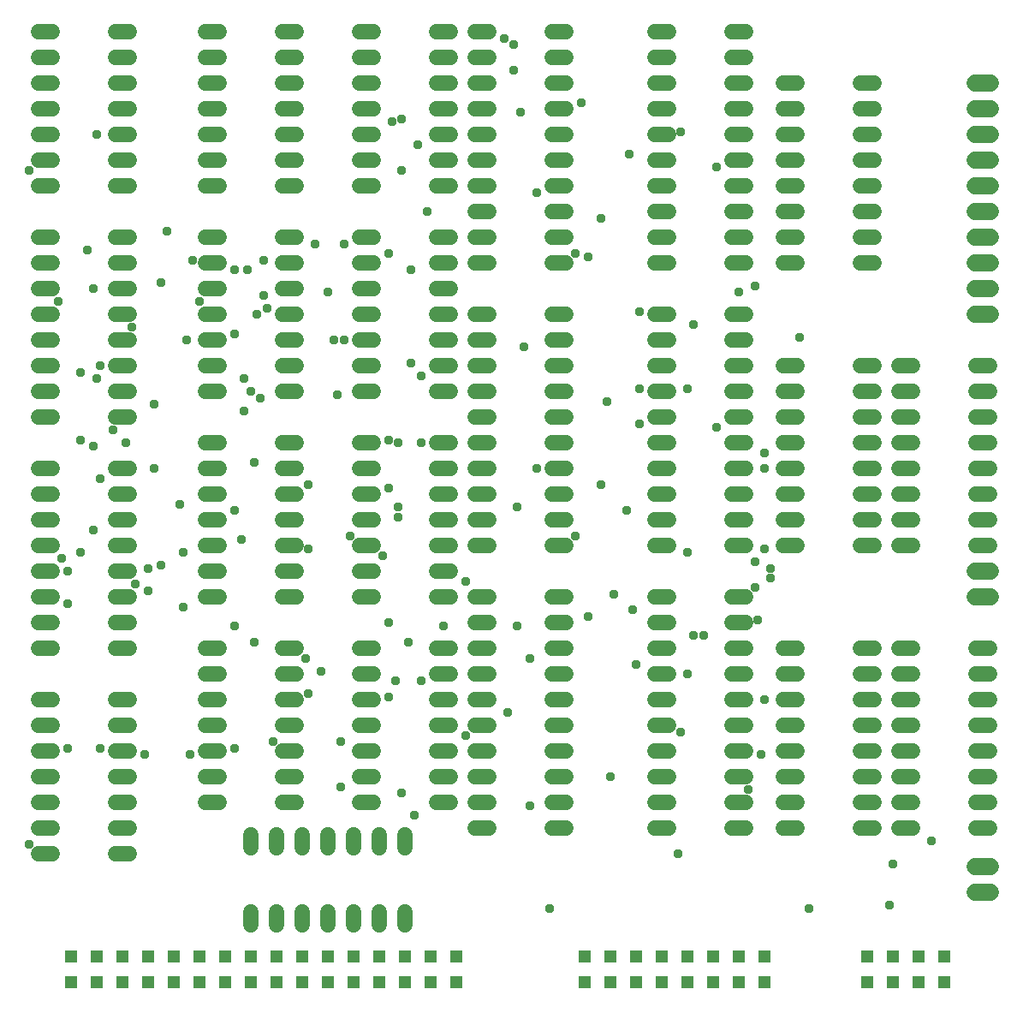
<source format=gbr>
G04 EAGLE Gerber RS-274X export*
G75*
%MOMM*%
%FSLAX34Y34*%
%LPD*%
%INSoldermask Top*%
%IPPOS*%
%AMOC8*
5,1,8,0,0,1.08239X$1,22.5*%
G01*
%ADD10C,1.524000*%
%ADD11C,1.727200*%
%ADD12R,1.261200X1.261200*%
%ADD13C,0.959600*%


D10*
X-1009396Y596900D02*
X-1022604Y596900D01*
X-1022604Y622300D02*
X-1009396Y622300D01*
X-1009396Y749300D02*
X-1022604Y749300D01*
X-1022604Y774700D02*
X-1009396Y774700D01*
X-1009396Y647700D02*
X-1022604Y647700D01*
X-1022604Y673100D02*
X-1009396Y673100D01*
X-1009396Y723900D02*
X-1022604Y723900D01*
X-1022604Y698500D02*
X-1009396Y698500D01*
X-1085596Y774700D02*
X-1098804Y774700D01*
X-1098804Y749300D02*
X-1085596Y749300D01*
X-1085596Y723900D02*
X-1098804Y723900D01*
X-1098804Y698500D02*
X-1085596Y698500D01*
X-1085596Y673100D02*
X-1098804Y673100D01*
X-1098804Y647700D02*
X-1085596Y647700D01*
X-1085596Y622300D02*
X-1098804Y622300D01*
X-1098804Y596900D02*
X-1085596Y596900D01*
X-705104Y622300D02*
X-691896Y622300D01*
X-691896Y647700D02*
X-705104Y647700D01*
X-705104Y774700D02*
X-691896Y774700D01*
X-768096Y774700D02*
X-781304Y774700D01*
X-705104Y673100D02*
X-691896Y673100D01*
X-691896Y698500D02*
X-705104Y698500D01*
X-705104Y749300D02*
X-691896Y749300D01*
X-691896Y723900D02*
X-705104Y723900D01*
X-768096Y749300D02*
X-781304Y749300D01*
X-781304Y723900D02*
X-768096Y723900D01*
X-768096Y698500D02*
X-781304Y698500D01*
X-781304Y673100D02*
X-768096Y673100D01*
X-768096Y647700D02*
X-781304Y647700D01*
X-781304Y622300D02*
X-768096Y622300D01*
X-1009396Y165100D02*
X-1022604Y165100D01*
X-1022604Y190500D02*
X-1009396Y190500D01*
X-1009396Y317500D02*
X-1022604Y317500D01*
X-1085596Y317500D02*
X-1098804Y317500D01*
X-1022604Y215900D02*
X-1009396Y215900D01*
X-1009396Y241300D02*
X-1022604Y241300D01*
X-1022604Y292100D02*
X-1009396Y292100D01*
X-1009396Y266700D02*
X-1022604Y266700D01*
X-1085596Y292100D02*
X-1098804Y292100D01*
X-1098804Y266700D02*
X-1085596Y266700D01*
X-1085596Y241300D02*
X-1098804Y241300D01*
X-1098804Y215900D02*
X-1085596Y215900D01*
X-1085596Y190500D02*
X-1098804Y190500D01*
X-1098804Y165100D02*
X-1085596Y165100D01*
X-705104Y215900D02*
X-691896Y215900D01*
X-691896Y241300D02*
X-705104Y241300D01*
X-705104Y368300D02*
X-691896Y368300D01*
X-768096Y368300D02*
X-781304Y368300D01*
X-705104Y266700D02*
X-691896Y266700D01*
X-691896Y292100D02*
X-705104Y292100D01*
X-705104Y342900D02*
X-691896Y342900D01*
X-691896Y317500D02*
X-705104Y317500D01*
X-768096Y342900D02*
X-781304Y342900D01*
X-781304Y317500D02*
X-768096Y317500D01*
X-768096Y292100D02*
X-781304Y292100D01*
X-781304Y266700D02*
X-768096Y266700D01*
X-768096Y241300D02*
X-781304Y241300D01*
X-781304Y215900D02*
X-768096Y215900D01*
X-590804Y419100D02*
X-577596Y419100D01*
X-577596Y393700D02*
X-590804Y393700D01*
X-590804Y266700D02*
X-577596Y266700D01*
X-577596Y241300D02*
X-590804Y241300D01*
X-590804Y368300D02*
X-577596Y368300D01*
X-577596Y342900D02*
X-590804Y342900D01*
X-590804Y292100D02*
X-577596Y292100D01*
X-577596Y317500D02*
X-590804Y317500D01*
X-590804Y215900D02*
X-577596Y215900D01*
X-577596Y190500D02*
X-590804Y190500D01*
X-653796Y190500D02*
X-667004Y190500D01*
X-667004Y215900D02*
X-653796Y215900D01*
X-653796Y241300D02*
X-667004Y241300D01*
X-667004Y266700D02*
X-653796Y266700D01*
X-653796Y292100D02*
X-667004Y292100D01*
X-667004Y317500D02*
X-653796Y317500D01*
X-653796Y342900D02*
X-667004Y342900D01*
X-667004Y368300D02*
X-653796Y368300D01*
X-653796Y393700D02*
X-667004Y393700D01*
X-667004Y419100D02*
X-653796Y419100D01*
X-1009396Y825500D02*
X-1022604Y825500D01*
X-1022604Y850900D02*
X-1009396Y850900D01*
X-1009396Y977900D02*
X-1022604Y977900D01*
X-1085596Y977900D02*
X-1098804Y977900D01*
X-1022604Y876300D02*
X-1009396Y876300D01*
X-1009396Y901700D02*
X-1022604Y901700D01*
X-1022604Y952500D02*
X-1009396Y952500D01*
X-1009396Y927100D02*
X-1022604Y927100D01*
X-1085596Y952500D02*
X-1098804Y952500D01*
X-1098804Y927100D02*
X-1085596Y927100D01*
X-1085596Y901700D02*
X-1098804Y901700D01*
X-1098804Y876300D02*
X-1085596Y876300D01*
X-1085596Y850900D02*
X-1098804Y850900D01*
X-1098804Y825500D02*
X-1085596Y825500D01*
X-857504Y825500D02*
X-844296Y825500D01*
X-844296Y850900D02*
X-857504Y850900D01*
X-857504Y977900D02*
X-844296Y977900D01*
X-920496Y977900D02*
X-933704Y977900D01*
X-857504Y876300D02*
X-844296Y876300D01*
X-844296Y901700D02*
X-857504Y901700D01*
X-857504Y952500D02*
X-844296Y952500D01*
X-844296Y927100D02*
X-857504Y927100D01*
X-920496Y952500D02*
X-933704Y952500D01*
X-933704Y927100D02*
X-920496Y927100D01*
X-920496Y901700D02*
X-933704Y901700D01*
X-933704Y876300D02*
X-920496Y876300D01*
X-920496Y850900D02*
X-933704Y850900D01*
X-933704Y825500D02*
X-920496Y825500D01*
X-590804Y698500D02*
X-577596Y698500D01*
X-577596Y673100D02*
X-590804Y673100D01*
X-590804Y546100D02*
X-577596Y546100D01*
X-577596Y520700D02*
X-590804Y520700D01*
X-590804Y647700D02*
X-577596Y647700D01*
X-577596Y622300D02*
X-590804Y622300D01*
X-590804Y571500D02*
X-577596Y571500D01*
X-577596Y596900D02*
X-590804Y596900D01*
X-590804Y495300D02*
X-577596Y495300D01*
X-577596Y469900D02*
X-590804Y469900D01*
X-653796Y469900D02*
X-667004Y469900D01*
X-667004Y495300D02*
X-653796Y495300D01*
X-653796Y520700D02*
X-667004Y520700D01*
X-667004Y546100D02*
X-653796Y546100D01*
X-653796Y571500D02*
X-667004Y571500D01*
X-667004Y596900D02*
X-653796Y596900D01*
X-653796Y622300D02*
X-667004Y622300D01*
X-667004Y647700D02*
X-653796Y647700D01*
X-653796Y673100D02*
X-667004Y673100D01*
X-667004Y698500D02*
X-653796Y698500D01*
X-286004Y749300D02*
X-272796Y749300D01*
X-272796Y774700D02*
X-286004Y774700D01*
X-286004Y901700D02*
X-272796Y901700D01*
X-272796Y927100D02*
X-286004Y927100D01*
X-286004Y800100D02*
X-272796Y800100D01*
X-272796Y825500D02*
X-286004Y825500D01*
X-286004Y876300D02*
X-272796Y876300D01*
X-272796Y850900D02*
X-286004Y850900D01*
X-348996Y927100D02*
X-362204Y927100D01*
X-362204Y901700D02*
X-348996Y901700D01*
X-348996Y876300D02*
X-362204Y876300D01*
X-362204Y850900D02*
X-348996Y850900D01*
X-348996Y825500D02*
X-362204Y825500D01*
X-362204Y800100D02*
X-348996Y800100D01*
X-348996Y774700D02*
X-362204Y774700D01*
X-362204Y749300D02*
X-348996Y749300D01*
X-844296Y215900D02*
X-857504Y215900D01*
X-857504Y241300D02*
X-844296Y241300D01*
X-844296Y368300D02*
X-857504Y368300D01*
X-920496Y368300D02*
X-933704Y368300D01*
X-857504Y266700D02*
X-844296Y266700D01*
X-844296Y292100D02*
X-857504Y292100D01*
X-857504Y342900D02*
X-844296Y342900D01*
X-844296Y317500D02*
X-857504Y317500D01*
X-920496Y342900D02*
X-933704Y342900D01*
X-933704Y317500D02*
X-920496Y317500D01*
X-920496Y292100D02*
X-933704Y292100D01*
X-933704Y266700D02*
X-920496Y266700D01*
X-920496Y241300D02*
X-933704Y241300D01*
X-933704Y215900D02*
X-920496Y215900D01*
X-1009396Y368300D02*
X-1022604Y368300D01*
X-1022604Y393700D02*
X-1009396Y393700D01*
X-1009396Y520700D02*
X-1022604Y520700D01*
X-1022604Y546100D02*
X-1009396Y546100D01*
X-1009396Y419100D02*
X-1022604Y419100D01*
X-1022604Y444500D02*
X-1009396Y444500D01*
X-1009396Y495300D02*
X-1022604Y495300D01*
X-1022604Y469900D02*
X-1009396Y469900D01*
X-1085596Y546100D02*
X-1098804Y546100D01*
X-1098804Y520700D02*
X-1085596Y520700D01*
X-1085596Y495300D02*
X-1098804Y495300D01*
X-1098804Y469900D02*
X-1085596Y469900D01*
X-1085596Y444500D02*
X-1098804Y444500D01*
X-1098804Y419100D02*
X-1085596Y419100D01*
X-1085596Y393700D02*
X-1098804Y393700D01*
X-1098804Y368300D02*
X-1085596Y368300D01*
X-857504Y622300D02*
X-844296Y622300D01*
X-844296Y647700D02*
X-857504Y647700D01*
X-857504Y774700D02*
X-844296Y774700D01*
X-920496Y774700D02*
X-933704Y774700D01*
X-857504Y673100D02*
X-844296Y673100D01*
X-844296Y698500D02*
X-857504Y698500D01*
X-857504Y749300D02*
X-844296Y749300D01*
X-844296Y723900D02*
X-857504Y723900D01*
X-920496Y749300D02*
X-933704Y749300D01*
X-933704Y723900D02*
X-920496Y723900D01*
X-920496Y698500D02*
X-933704Y698500D01*
X-933704Y673100D02*
X-920496Y673100D01*
X-920496Y647700D02*
X-933704Y647700D01*
X-933704Y622300D02*
X-920496Y622300D01*
X-857504Y419100D02*
X-844296Y419100D01*
X-844296Y444500D02*
X-857504Y444500D01*
X-857504Y571500D02*
X-844296Y571500D01*
X-920496Y571500D02*
X-933704Y571500D01*
X-857504Y469900D02*
X-844296Y469900D01*
X-844296Y495300D02*
X-857504Y495300D01*
X-857504Y546100D02*
X-844296Y546100D01*
X-844296Y520700D02*
X-857504Y520700D01*
X-920496Y546100D02*
X-933704Y546100D01*
X-933704Y520700D02*
X-920496Y520700D01*
X-920496Y495300D02*
X-933704Y495300D01*
X-933704Y469900D02*
X-920496Y469900D01*
X-920496Y444500D02*
X-933704Y444500D01*
X-933704Y419100D02*
X-920496Y419100D01*
X-705104Y419100D02*
X-691896Y419100D01*
X-691896Y444500D02*
X-705104Y444500D01*
X-705104Y571500D02*
X-691896Y571500D01*
X-768096Y571500D02*
X-781304Y571500D01*
X-705104Y469900D02*
X-691896Y469900D01*
X-691896Y495300D02*
X-705104Y495300D01*
X-705104Y546100D02*
X-691896Y546100D01*
X-691896Y520700D02*
X-705104Y520700D01*
X-768096Y546100D02*
X-781304Y546100D01*
X-781304Y520700D02*
X-768096Y520700D01*
X-768096Y495300D02*
X-781304Y495300D01*
X-781304Y469900D02*
X-768096Y469900D01*
X-768096Y444500D02*
X-781304Y444500D01*
X-781304Y419100D02*
X-768096Y419100D01*
X-705104Y825500D02*
X-691896Y825500D01*
X-691896Y850900D02*
X-705104Y850900D01*
X-705104Y977900D02*
X-691896Y977900D01*
X-768096Y977900D02*
X-781304Y977900D01*
X-705104Y876300D02*
X-691896Y876300D01*
X-691896Y901700D02*
X-705104Y901700D01*
X-705104Y952500D02*
X-691896Y952500D01*
X-691896Y927100D02*
X-705104Y927100D01*
X-768096Y952500D02*
X-781304Y952500D01*
X-781304Y927100D02*
X-768096Y927100D01*
X-768096Y901700D02*
X-781304Y901700D01*
X-781304Y876300D02*
X-768096Y876300D01*
X-768096Y850900D02*
X-781304Y850900D01*
X-781304Y825500D02*
X-768096Y825500D01*
X-489204Y977900D02*
X-475996Y977900D01*
X-475996Y952500D02*
X-489204Y952500D01*
X-489204Y825500D02*
X-475996Y825500D01*
X-475996Y800100D02*
X-489204Y800100D01*
X-489204Y927100D02*
X-475996Y927100D01*
X-475996Y901700D02*
X-489204Y901700D01*
X-489204Y850900D02*
X-475996Y850900D01*
X-475996Y876300D02*
X-489204Y876300D01*
X-489204Y774700D02*
X-475996Y774700D01*
X-475996Y749300D02*
X-489204Y749300D01*
X-413004Y749300D02*
X-399796Y749300D01*
X-399796Y774700D02*
X-413004Y774700D01*
X-413004Y800100D02*
X-399796Y800100D01*
X-399796Y825500D02*
X-413004Y825500D01*
X-413004Y850900D02*
X-399796Y850900D01*
X-399796Y876300D02*
X-413004Y876300D01*
X-413004Y901700D02*
X-399796Y901700D01*
X-399796Y927100D02*
X-413004Y927100D01*
X-413004Y952500D02*
X-399796Y952500D01*
X-399796Y977900D02*
X-413004Y977900D01*
X-577596Y977900D02*
X-590804Y977900D01*
X-590804Y952500D02*
X-577596Y952500D01*
X-577596Y825500D02*
X-590804Y825500D01*
X-590804Y800100D02*
X-577596Y800100D01*
X-577596Y927100D02*
X-590804Y927100D01*
X-590804Y901700D02*
X-577596Y901700D01*
X-577596Y850900D02*
X-590804Y850900D01*
X-590804Y876300D02*
X-577596Y876300D01*
X-577596Y774700D02*
X-590804Y774700D01*
X-590804Y749300D02*
X-577596Y749300D01*
X-653796Y749300D02*
X-667004Y749300D01*
X-667004Y774700D02*
X-653796Y774700D01*
X-653796Y800100D02*
X-667004Y800100D01*
X-667004Y825500D02*
X-653796Y825500D01*
X-653796Y850900D02*
X-667004Y850900D01*
X-667004Y876300D02*
X-653796Y876300D01*
X-653796Y901700D02*
X-667004Y901700D01*
X-667004Y927100D02*
X-653796Y927100D01*
X-653796Y952500D02*
X-667004Y952500D01*
X-667004Y977900D02*
X-653796Y977900D01*
X-889000Y108204D02*
X-889000Y94996D01*
X-863600Y94996D02*
X-863600Y108204D01*
X-736600Y108204D02*
X-736600Y94996D01*
X-736600Y171196D02*
X-736600Y184404D01*
X-838200Y108204D02*
X-838200Y94996D01*
X-812800Y94996D02*
X-812800Y108204D01*
X-762000Y108204D02*
X-762000Y94996D01*
X-787400Y94996D02*
X-787400Y108204D01*
X-762000Y171196D02*
X-762000Y184404D01*
X-787400Y184404D02*
X-787400Y171196D01*
X-812800Y171196D02*
X-812800Y184404D01*
X-838200Y184404D02*
X-838200Y171196D01*
X-863600Y171196D02*
X-863600Y184404D01*
X-889000Y184404D02*
X-889000Y171196D01*
X-362204Y647700D02*
X-348996Y647700D01*
X-348996Y622300D02*
X-362204Y622300D01*
X-362204Y495300D02*
X-348996Y495300D01*
X-348996Y469900D02*
X-362204Y469900D01*
X-362204Y596900D02*
X-348996Y596900D01*
X-348996Y571500D02*
X-362204Y571500D01*
X-362204Y520700D02*
X-348996Y520700D01*
X-348996Y546100D02*
X-362204Y546100D01*
X-286004Y469900D02*
X-272796Y469900D01*
X-272796Y495300D02*
X-286004Y495300D01*
X-286004Y520700D02*
X-272796Y520700D01*
X-272796Y546100D02*
X-286004Y546100D01*
X-286004Y571500D02*
X-272796Y571500D01*
X-272796Y596900D02*
X-286004Y596900D01*
X-286004Y622300D02*
X-272796Y622300D01*
X-272796Y647700D02*
X-286004Y647700D01*
X-247904Y647700D02*
X-234696Y647700D01*
X-234696Y622300D02*
X-247904Y622300D01*
X-247904Y495300D02*
X-234696Y495300D01*
X-234696Y469900D02*
X-247904Y469900D01*
X-247904Y596900D02*
X-234696Y596900D01*
X-234696Y571500D02*
X-247904Y571500D01*
X-247904Y520700D02*
X-234696Y520700D01*
X-234696Y546100D02*
X-247904Y546100D01*
X-171704Y469900D02*
X-158496Y469900D01*
X-158496Y495300D02*
X-171704Y495300D01*
X-171704Y520700D02*
X-158496Y520700D01*
X-158496Y546100D02*
X-171704Y546100D01*
X-171704Y571500D02*
X-158496Y571500D01*
X-158496Y596900D02*
X-171704Y596900D01*
X-171704Y622300D02*
X-158496Y622300D01*
X-158496Y647700D02*
X-171704Y647700D01*
X-399796Y469900D02*
X-413004Y469900D01*
X-413004Y495300D02*
X-399796Y495300D01*
X-399796Y622300D02*
X-413004Y622300D01*
X-413004Y647700D02*
X-399796Y647700D01*
X-399796Y520700D02*
X-413004Y520700D01*
X-413004Y546100D02*
X-399796Y546100D01*
X-399796Y596900D02*
X-413004Y596900D01*
X-413004Y571500D02*
X-399796Y571500D01*
X-399796Y673100D02*
X-413004Y673100D01*
X-413004Y698500D02*
X-399796Y698500D01*
X-475996Y698500D02*
X-489204Y698500D01*
X-489204Y673100D02*
X-475996Y673100D01*
X-475996Y647700D02*
X-489204Y647700D01*
X-489204Y622300D02*
X-475996Y622300D01*
X-475996Y596900D02*
X-489204Y596900D01*
X-489204Y571500D02*
X-475996Y571500D01*
X-475996Y546100D02*
X-489204Y546100D01*
X-489204Y520700D02*
X-475996Y520700D01*
X-475996Y495300D02*
X-489204Y495300D01*
X-489204Y469900D02*
X-475996Y469900D01*
X-362204Y368300D02*
X-348996Y368300D01*
X-348996Y342900D02*
X-362204Y342900D01*
X-362204Y215900D02*
X-348996Y215900D01*
X-348996Y190500D02*
X-362204Y190500D01*
X-362204Y317500D02*
X-348996Y317500D01*
X-348996Y292100D02*
X-362204Y292100D01*
X-362204Y241300D02*
X-348996Y241300D01*
X-348996Y266700D02*
X-362204Y266700D01*
X-286004Y190500D02*
X-272796Y190500D01*
X-272796Y215900D02*
X-286004Y215900D01*
X-286004Y241300D02*
X-272796Y241300D01*
X-272796Y266700D02*
X-286004Y266700D01*
X-286004Y292100D02*
X-272796Y292100D01*
X-272796Y317500D02*
X-286004Y317500D01*
X-286004Y342900D02*
X-272796Y342900D01*
X-272796Y368300D02*
X-286004Y368300D01*
X-247904Y368300D02*
X-234696Y368300D01*
X-234696Y342900D02*
X-247904Y342900D01*
X-247904Y215900D02*
X-234696Y215900D01*
X-234696Y190500D02*
X-247904Y190500D01*
X-247904Y317500D02*
X-234696Y317500D01*
X-234696Y292100D02*
X-247904Y292100D01*
X-247904Y241300D02*
X-234696Y241300D01*
X-234696Y266700D02*
X-247904Y266700D01*
X-171704Y190500D02*
X-158496Y190500D01*
X-158496Y215900D02*
X-171704Y215900D01*
X-171704Y241300D02*
X-158496Y241300D01*
X-158496Y266700D02*
X-171704Y266700D01*
X-171704Y292100D02*
X-158496Y292100D01*
X-158496Y317500D02*
X-171704Y317500D01*
X-171704Y342900D02*
X-158496Y342900D01*
X-158496Y368300D02*
X-171704Y368300D01*
X-399796Y190500D02*
X-413004Y190500D01*
X-413004Y215900D02*
X-399796Y215900D01*
X-399796Y342900D02*
X-413004Y342900D01*
X-413004Y368300D02*
X-399796Y368300D01*
X-399796Y241300D02*
X-413004Y241300D01*
X-413004Y266700D02*
X-399796Y266700D01*
X-399796Y317500D02*
X-413004Y317500D01*
X-413004Y292100D02*
X-399796Y292100D01*
X-399796Y393700D02*
X-413004Y393700D01*
X-413004Y419100D02*
X-399796Y419100D01*
X-475996Y419100D02*
X-489204Y419100D01*
X-489204Y393700D02*
X-475996Y393700D01*
X-475996Y368300D02*
X-489204Y368300D01*
X-489204Y342900D02*
X-475996Y342900D01*
X-475996Y317500D02*
X-489204Y317500D01*
X-489204Y292100D02*
X-475996Y292100D01*
X-475996Y266700D02*
X-489204Y266700D01*
X-489204Y241300D02*
X-475996Y241300D01*
X-475996Y215900D02*
X-489204Y215900D01*
X-489204Y190500D02*
X-475996Y190500D01*
D11*
X-172720Y876300D02*
X-157480Y876300D01*
X-157480Y850900D02*
X-172720Y850900D01*
X-172720Y825500D02*
X-157480Y825500D01*
X-157480Y800100D02*
X-172720Y800100D01*
X-172720Y774700D02*
X-157480Y774700D01*
X-157480Y749300D02*
X-172720Y749300D01*
X-172720Y723900D02*
X-157480Y723900D01*
X-157480Y698500D02*
X-172720Y698500D01*
X-172720Y927100D02*
X-157480Y927100D01*
X-157480Y901700D02*
X-172720Y901700D01*
D12*
X-1066800Y38100D03*
X-1041400Y38100D03*
X-1016000Y38100D03*
X-990600Y38100D03*
X-965200Y38100D03*
X-939800Y38100D03*
X-914400Y38100D03*
X-889000Y38100D03*
X-863600Y38100D03*
X-838200Y38100D03*
X-812800Y38100D03*
X-787400Y38100D03*
X-762000Y38100D03*
X-736600Y38100D03*
X-711200Y38100D03*
X-685800Y38100D03*
X-558800Y38100D03*
X-533400Y38100D03*
X-508000Y38100D03*
X-482600Y38100D03*
X-457200Y38100D03*
X-431800Y38100D03*
X-406400Y38100D03*
X-381000Y38100D03*
X-279400Y38100D03*
X-228600Y38100D03*
X-203200Y38100D03*
X-254000Y38100D03*
X-1066800Y63500D03*
X-1041400Y63500D03*
X-1016000Y63500D03*
X-990600Y63500D03*
X-965200Y63500D03*
X-939800Y63500D03*
X-914400Y63500D03*
X-889000Y63500D03*
X-863600Y63500D03*
X-838200Y63500D03*
X-812800Y63500D03*
X-787400Y63500D03*
X-762000Y63500D03*
X-736600Y63500D03*
X-711200Y63500D03*
X-685800Y63500D03*
X-558800Y63500D03*
X-533400Y63500D03*
X-508000Y63500D03*
X-482600Y63500D03*
X-457200Y63500D03*
X-431800Y63500D03*
X-406400Y63500D03*
X-381000Y63500D03*
X-279400Y63500D03*
X-228600Y63500D03*
X-203200Y63500D03*
X-254000Y63500D03*
D11*
X-172720Y444500D02*
X-157480Y444500D01*
X-157480Y419100D02*
X-172720Y419100D01*
X-172720Y152400D02*
X-157480Y152400D01*
X-157480Y127000D02*
X-172720Y127000D01*
D13*
X-593725Y111125D03*
X-336550Y111125D03*
X-387350Y396875D03*
X-346075Y676275D03*
X-504825Y701675D03*
X-635000Y304800D03*
X-625475Y390525D03*
X-441325Y381000D03*
X-511175Y406400D03*
X-904875Y269875D03*
X-885825Y374650D03*
X-450850Y381000D03*
X-504825Y625475D03*
X-457200Y342900D03*
X-457200Y625475D03*
X-508000Y352425D03*
X-504825Y590550D03*
X-835025Y358775D03*
X-612775Y358775D03*
X-606425Y819150D03*
X-606425Y546100D03*
X-533400Y241300D03*
X-542925Y793750D03*
X-542925Y530225D03*
X-568325Y758825D03*
X-254000Y155575D03*
X-215900Y177800D03*
X-257175Y114300D03*
X-1006475Y685800D03*
X-1003300Y431800D03*
X-374650Y447675D03*
X-955675Y463550D03*
X-955675Y409575D03*
X-390525Y428625D03*
X-381000Y561975D03*
X-1038225Y269875D03*
X-1038225Y647700D03*
X-1038225Y536575D03*
X-993775Y263525D03*
X-742950Y498475D03*
X-752475Y527050D03*
X-733425Y374650D03*
X-984250Y546100D03*
X-1069975Y269875D03*
X-1041400Y635000D03*
X-1041400Y876300D03*
X-1044575Y485775D03*
X-1057275Y463550D03*
X-1069975Y444500D03*
X-381000Y466725D03*
X-1076325Y457200D03*
X-1079500Y711200D03*
X-428625Y587375D03*
X-457200Y463550D03*
X-790575Y479425D03*
X-866775Y276225D03*
X-1108075Y174625D03*
X-831850Y466725D03*
X-625475Y508000D03*
X-876300Y717550D03*
X-381000Y317500D03*
X-396875Y228600D03*
X-698500Y390525D03*
X-374650Y438150D03*
X-676275Y434975D03*
X-876300Y752475D03*
X-463550Y285750D03*
X-463550Y879475D03*
X-381000Y546100D03*
X-990600Y425450D03*
X-752475Y320675D03*
X-752475Y393700D03*
X-517525Y504825D03*
X-530225Y422275D03*
X-384175Y263525D03*
X-882650Y698500D03*
X-819150Y346075D03*
X-739775Y225425D03*
X-746125Y336550D03*
X-758825Y460375D03*
X-390525Y454025D03*
X-800100Y276225D03*
X-803275Y619125D03*
X-800100Y231775D03*
X-889000Y622300D03*
X-1044575Y568325D03*
X-1044575Y723900D03*
X-904875Y504825D03*
X-904875Y679450D03*
X-904875Y390525D03*
X-892175Y742950D03*
X-1069975Y412750D03*
X-1050925Y762000D03*
X-958850Y511175D03*
X-952500Y673100D03*
X-904875Y742950D03*
X-898525Y476250D03*
X-885825Y552450D03*
X-895350Y603250D03*
X-1012825Y571500D03*
X-1025525Y584200D03*
X-939800Y711200D03*
X-990600Y447675D03*
X-977900Y730250D03*
X-555625Y400050D03*
X-555625Y755650D03*
X-977900Y450850D03*
X-971550Y781050D03*
X-831850Y530225D03*
X-825500Y768350D03*
X-450850Y688975D03*
X-428625Y844550D03*
X-536575Y612775D03*
X-514350Y857250D03*
X-1108075Y841375D03*
X-568325Y479425D03*
X-561975Y908050D03*
X-742950Y571500D03*
X-739775Y892175D03*
X-752475Y574675D03*
X-749300Y889000D03*
X-742950Y508000D03*
X-739775Y841375D03*
X-714375Y800100D03*
X-638175Y971550D03*
X-752475Y758825D03*
X-879475Y615950D03*
X-895350Y635000D03*
X-406400Y720725D03*
X-727075Y203200D03*
X-720725Y336550D03*
X-612775Y212725D03*
X-676275Y282575D03*
X-720725Y638175D03*
X-723900Y866775D03*
X-984250Y609600D03*
X-1057275Y641350D03*
X-1057275Y574675D03*
X-720725Y571500D03*
X-628650Y939800D03*
X-628650Y965200D03*
X-622300Y898525D03*
X-619125Y666750D03*
X-730250Y650875D03*
X-730250Y742950D03*
X-796925Y673100D03*
X-796925Y768350D03*
X-873125Y704850D03*
X-806450Y673100D03*
X-831850Y323850D03*
X-812800Y720725D03*
X-949325Y263525D03*
X-946150Y752475D03*
X-390525Y727075D03*
X-466725Y165100D03*
M02*

</source>
